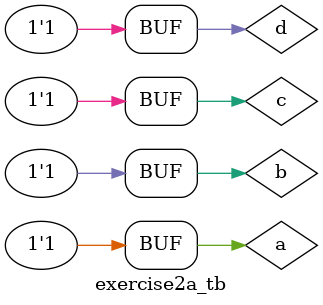
<source format=v>
`timescale 1ns/1ns
`include "exercise2a.v"

module exercise2a_tb();
    reg a, b, c, d;
    wire f;

    exercise2a ex2a(a, b, c, d, f);
    initial begin
        $dumpfile("exercise2a_tb.vcd");
        $dumpvars(0, exercise2a_tb);

        a = 1'b0; b=1'b0; c=1'b0; d=1'b0;
        #20;
        a = 1'b0; b=1'b0; c=1'b0; d=1'b1;
        #20;
        a = 1'b0; b=1'b0; c=1'b1; d=1'b0;
        #20;
        a = 1'b0; b=1'b0; c=1'b1; d=1'b1;
        #20;
        a = 1'b0; b=1'b1; c=1'b0; d=1'b0;
        #20;
        a = 1'b0; b=1'b1; c=1'b0; d=1'b1;
        #20;
        a = 1'b0; b=1'b1; c=1'b1; d=1'b0;
        #20;
        a = 1'b0; b=1'b1; c=1'b1; d=1'b1;
        #20;
        a = 1'b1; b=1'b0; c=1'b0; d=1'b0;
        #20;
        a = 1'b1; b=1'b0; c=1'b0; d=1'b1;
        #20;
        a = 1'b1; b=1'b0; c=1'b1; d=1'b0;
        #20;
        a = 1'b1; b=1'b0; c=1'b1; d=1'b1;
        #20;
        a = 1'b1; b=1'b1; c=1'b0; d=1'b0;
        #20;
        a = 1'b1; b=1'b1; c=1'b0; d=1'b1;
        #20;
        a = 1'b1; b=1'b1; c=1'b1; d=1'b0;
        #20;
        a = 1'b1; b=1'b1; c=1'b1; d=1'b1;
        #20;

        $display("Test complete");
    end
endmodule
</source>
